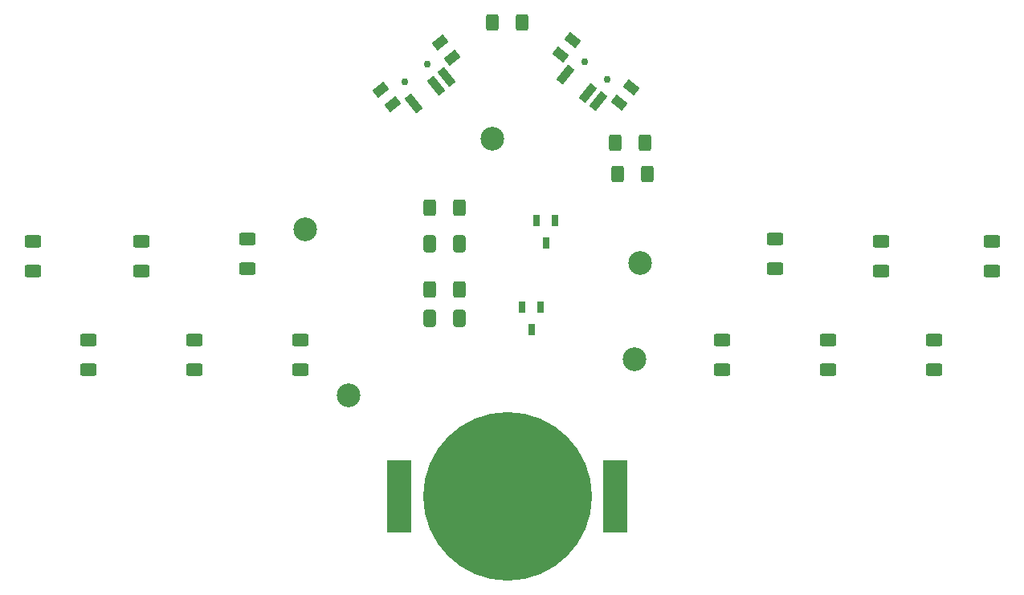
<source format=gbr>
%TF.GenerationSoftware,KiCad,Pcbnew,(6.0.5)*%
%TF.CreationDate,2022-06-06T11:17:47-07:00*%
%TF.ProjectId,Satellite_PCB,53617465-6c6c-4697-9465-5f5043422e6b,rev?*%
%TF.SameCoordinates,Original*%
%TF.FileFunction,Soldermask,Bot*%
%TF.FilePolarity,Negative*%
%FSLAX46Y46*%
G04 Gerber Fmt 4.6, Leading zero omitted, Abs format (unit mm)*
G04 Created by KiCad (PCBNEW (6.0.5)) date 2022-06-06 11:17:47*
%MOMM*%
%LPD*%
G01*
G04 APERTURE LIST*
G04 Aperture macros list*
%AMRoundRect*
0 Rectangle with rounded corners*
0 $1 Rounding radius*
0 $2 $3 $4 $5 $6 $7 $8 $9 X,Y pos of 4 corners*
0 Add a 4 corners polygon primitive as box body*
4,1,4,$2,$3,$4,$5,$6,$7,$8,$9,$2,$3,0*
0 Add four circle primitives for the rounded corners*
1,1,$1+$1,$2,$3*
1,1,$1+$1,$4,$5*
1,1,$1+$1,$6,$7*
1,1,$1+$1,$8,$9*
0 Add four rect primitives between the rounded corners*
20,1,$1+$1,$2,$3,$4,$5,0*
20,1,$1+$1,$4,$5,$6,$7,0*
20,1,$1+$1,$6,$7,$8,$9,0*
20,1,$1+$1,$8,$9,$2,$3,0*%
%AMRotRect*
0 Rectangle, with rotation*
0 The origin of the aperture is its center*
0 $1 length*
0 $2 width*
0 $3 Rotation angle, in degrees counterclockwise*
0 Add horizontal line*
21,1,$1,$2,0,0,$3*%
G04 Aperture macros list end*
%ADD10RoundRect,0.250000X0.625000X-0.400000X0.625000X0.400000X-0.625000X0.400000X-0.625000X-0.400000X0*%
%ADD11C,2.500000*%
%ADD12RoundRect,0.250000X0.400000X0.625000X-0.400000X0.625000X-0.400000X-0.625000X0.400000X-0.625000X0*%
%ADD13RoundRect,0.250000X-0.412500X-0.650000X0.412500X-0.650000X0.412500X0.650000X-0.412500X0.650000X0*%
%ADD14R,0.800000X1.200000*%
%ADD15RoundRect,0.250000X-0.400000X-0.625000X0.400000X-0.625000X0.400000X0.625000X-0.400000X0.625000X0*%
%ADD16RoundRect,0.250000X0.412500X0.650000X-0.412500X0.650000X-0.412500X-0.650000X0.412500X-0.650000X0*%
%ADD17C,0.750000*%
%ADD18RotRect,0.900000X2.000000X39.000000*%
%ADD19RotRect,1.500000X1.000000X39.000000*%
%ADD20R,2.540000X7.620000*%
%ADD21C,17.800000*%
%ADD22RotRect,0.900000X2.000000X321.000000*%
%ADD23RotRect,1.500000X1.000000X321.000000*%
G04 APERTURE END LIST*
D10*
%TO.C,R3*%
X120878600Y-88443400D03*
X120878600Y-85343400D03*
%TD*%
%TO.C,R2*%
X109702600Y-88697400D03*
X109702600Y-85597400D03*
%TD*%
%TO.C,R1*%
X98272600Y-88697400D03*
X98272600Y-85597400D03*
%TD*%
%TO.C,R6*%
X193268600Y-99111400D03*
X193268600Y-96011400D03*
%TD*%
D11*
%TO.C,TP1*%
X161747200Y-98069400D03*
%TD*%
D10*
%TO.C,R10*%
X126466600Y-99111400D03*
X126466600Y-96011400D03*
%TD*%
D12*
%TO.C,R17*%
X143256600Y-90703400D03*
X140156600Y-90703400D03*
%TD*%
D13*
%TO.C,C2*%
X140144100Y-93751400D03*
X143269100Y-93751400D03*
%TD*%
D11*
%TO.C,TP4*%
X131597400Y-101828600D03*
%TD*%
D12*
%TO.C,R14*%
X162814600Y-75209400D03*
X159714600Y-75209400D03*
%TD*%
D10*
%TO.C,R4*%
X170916600Y-99111400D03*
X170916600Y-96011400D03*
%TD*%
D14*
%TO.C,Q2*%
X149900600Y-92551400D03*
X150850600Y-94951400D03*
X151800600Y-92551400D03*
%TD*%
D15*
%TO.C,R15*%
X159968600Y-78511400D03*
X163068600Y-78511400D03*
%TD*%
D11*
%TO.C,TP2*%
X162280600Y-87858600D03*
%TD*%
D12*
%TO.C,R16*%
X143256600Y-82067400D03*
X140156600Y-82067400D03*
%TD*%
D15*
%TO.C,R7*%
X146760600Y-62509400D03*
X149860600Y-62509400D03*
%TD*%
D10*
%TO.C,R13*%
X176504600Y-88443400D03*
X176504600Y-85343400D03*
%TD*%
D16*
%TO.C,C1*%
X143269100Y-85877400D03*
X140144100Y-85877400D03*
%TD*%
D17*
%TO.C,SW1*%
X139870643Y-66896961D03*
X137539205Y-68784922D03*
D18*
X138422662Y-71067663D03*
X140792958Y-69148236D03*
X141919819Y-68235721D03*
D19*
X136244540Y-71158684D03*
X134985900Y-69604392D03*
X142512054Y-66186292D03*
X141203067Y-64569829D03*
%TD*%
D10*
%TO.C,R8*%
X104114600Y-99111400D03*
X104114600Y-96011400D03*
%TD*%
%TO.C,R9*%
X115290600Y-99111400D03*
X115290600Y-96011400D03*
%TD*%
D14*
%TO.C,Q1*%
X151424600Y-83407400D03*
X152374600Y-85807400D03*
X153324600Y-83407400D03*
%TD*%
D10*
%TO.C,R5*%
X182092600Y-99111400D03*
X182092600Y-96011400D03*
%TD*%
D20*
%TO.C,BT1*%
X136910600Y-112547400D03*
X159710600Y-112547400D03*
D21*
X148310600Y-112547400D03*
%TD*%
D17*
%TO.C,SW2*%
X158827995Y-68530922D03*
X156496557Y-66642961D03*
D22*
X154447381Y-67981721D03*
X156817676Y-69901148D03*
X157944538Y-70813663D03*
D23*
X153905492Y-65870121D03*
X155164133Y-64315829D03*
X160072314Y-70966855D03*
X161381300Y-69350392D03*
%TD*%
D10*
%TO.C,R12*%
X187680600Y-88697400D03*
X187680600Y-85597400D03*
%TD*%
D11*
%TO.C,TP3*%
X146685000Y-74726800D03*
%TD*%
%TO.C,TP5*%
X127025400Y-84302600D03*
%TD*%
D10*
%TO.C,R11*%
X199364600Y-88697400D03*
X199364600Y-85597400D03*
%TD*%
M02*

</source>
